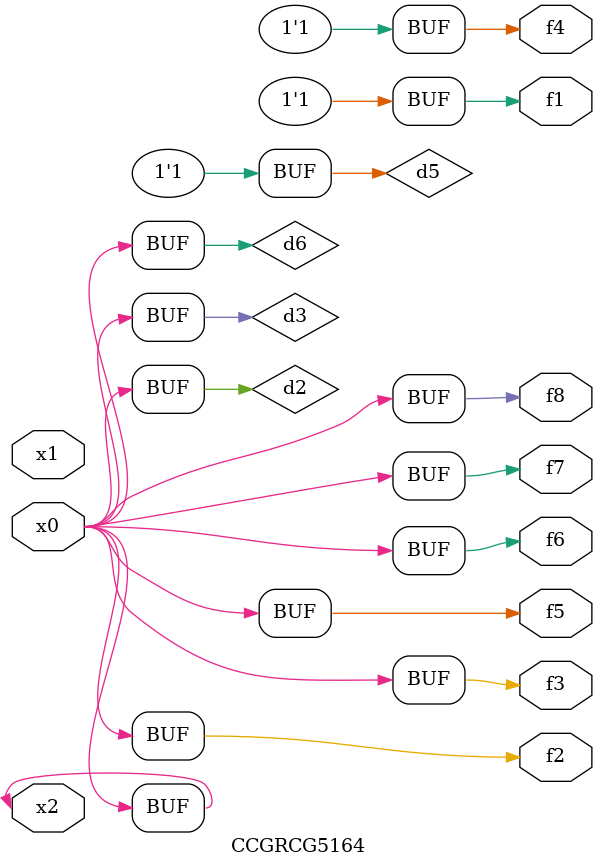
<source format=v>
module CCGRCG5164(
	input x0, x1, x2,
	output f1, f2, f3, f4, f5, f6, f7, f8
);

	wire d1, d2, d3, d4, d5, d6;

	xnor (d1, x2);
	buf (d2, x0, x2);
	and (d3, x0);
	xnor (d4, x1, x2);
	nand (d5, d1, d3);
	buf (d6, d2, d3);
	assign f1 = d5;
	assign f2 = d6;
	assign f3 = d6;
	assign f4 = d5;
	assign f5 = d6;
	assign f6 = d6;
	assign f7 = d6;
	assign f8 = d6;
endmodule

</source>
